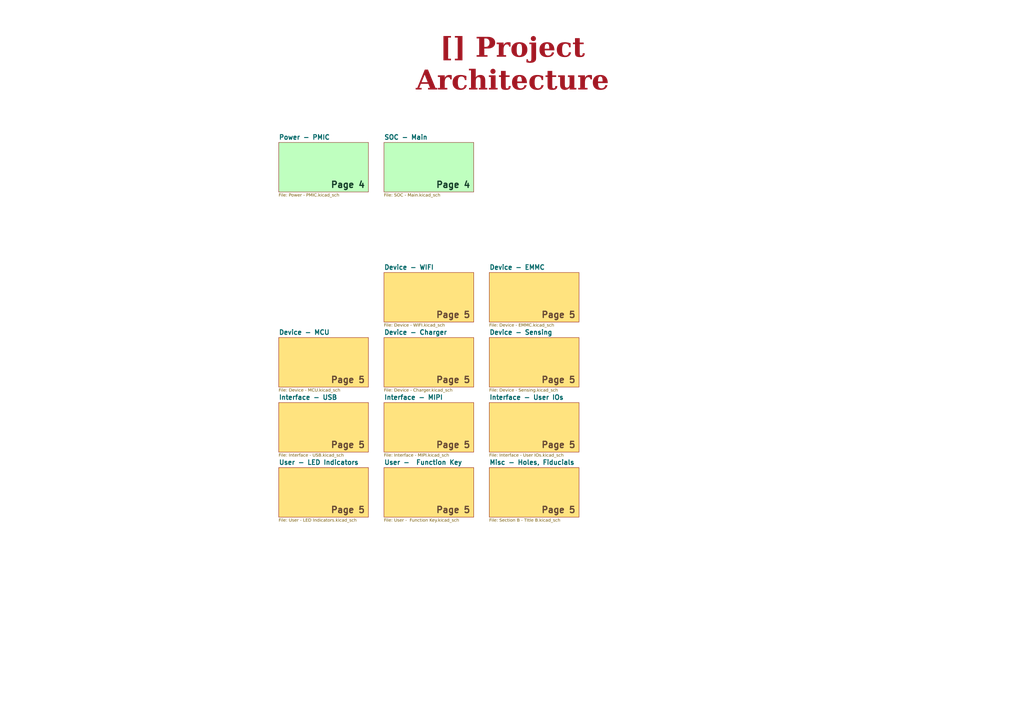
<source format=kicad_sch>
(kicad_sch
	(version 20231120)
	(generator "eeschema")
	(generator_version "8.0")
	(uuid "43756dca-f8f6-4179-bbe2-5af9585c666d")
	(paper "A3")
	(title_block
		(title "Project Architecture")
		(date "Last Modified Date")
		(rev "${REVISION}")
		(company "${COMPANY}")
	)
	(lib_symbols)
	(text_box "[${#}] ${TITLE}"
		(exclude_from_sim no)
		(at 144.78 20.32 0)
		(size 130.81 12.7)
		(stroke
			(width -0.0001)
			(type default)
		)
		(fill
			(type none)
		)
		(effects
			(font
				(face "Times New Roman")
				(size 8 8)
				(thickness 1.2)
				(bold yes)
				(color 162 22 34 1)
			)
		)
		(uuid "7fa5cc40-6c97-487c-9cc7-412504f68533")
	)
	(text "Page 5"
		(exclude_from_sim no)
		(at 193.04 130.81 0)
		(effects
			(font
				(size 2.54 2.54)
				(bold yes)
				(color 100 70 50 1)
			)
			(justify right bottom)
			(href "#5")
		)
		(uuid "025c1bd2-e68b-4a09-9d62-c1e6f6f0a542")
	)
	(text "Page 4"
		(exclude_from_sim no)
		(at 193.04 77.47 0)
		(effects
			(font
				(size 2.54 2.54)
				(bold yes)
				(color 20 60 40 1)
			)
			(justify right bottom)
			(href "#4")
		)
		(uuid "2a5dda8e-6f92-45d0-96e2-c0b69ef76a27")
	)
	(text "Page 5"
		(exclude_from_sim no)
		(at 236.22 157.48 0)
		(effects
			(font
				(size 2.54 2.54)
				(bold yes)
				(color 100 70 50 1)
			)
			(justify right bottom)
			(href "#5")
		)
		(uuid "3ae0919a-261f-4fde-8cab-18b9a85091a0")
	)
	(text "Page 5"
		(exclude_from_sim no)
		(at 236.22 210.82 0)
		(effects
			(font
				(size 2.54 2.54)
				(bold yes)
				(color 100 70 50 1)
			)
			(justify right bottom)
			(href "#5")
		)
		(uuid "41e853fd-410d-44b3-bea4-291f4f77e0c3")
	)
	(text "Page 5"
		(exclude_from_sim no)
		(at 193.04 184.15 0)
		(effects
			(font
				(size 2.54 2.54)
				(bold yes)
				(color 100 70 50 1)
			)
			(justify right bottom)
			(href "#5")
		)
		(uuid "4247b54e-8005-4262-ad25-ee5fee3ad0d7")
	)
	(text "Page 5"
		(exclude_from_sim no)
		(at 149.86 184.15 0)
		(effects
			(font
				(size 2.54 2.54)
				(bold yes)
				(color 100 70 50 1)
			)
			(justify right bottom)
			(href "#5")
		)
		(uuid "77b38846-82ef-4141-928b-e5f10a2c3fd8")
	)
	(text "Page 5"
		(exclude_from_sim no)
		(at 236.22 130.81 0)
		(effects
			(font
				(size 2.54 2.54)
				(bold yes)
				(color 100 70 50 1)
			)
			(justify right bottom)
			(href "#5")
		)
		(uuid "8efcfec5-f2a9-4eae-993e-0bc04adfcfe8")
	)
	(text "Page 5"
		(exclude_from_sim no)
		(at 193.04 210.82 0)
		(effects
			(font
				(size 2.54 2.54)
				(bold yes)
				(color 100 70 50 1)
			)
			(justify right bottom)
			(href "#5")
		)
		(uuid "946d06da-5984-47a6-9172-c1a5ee65e558")
	)
	(text "Page 5"
		(exclude_from_sim no)
		(at 149.86 157.48 0)
		(effects
			(font
				(size 2.54 2.54)
				(bold yes)
				(color 100 70 50 1)
			)
			(justify right bottom)
			(href "#5")
		)
		(uuid "96c0dfb5-9fee-4849-b2b9-8a91147a11b5")
	)
	(text "Page 4"
		(exclude_from_sim no)
		(at 149.86 77.47 0)
		(effects
			(font
				(size 2.54 2.54)
				(bold yes)
				(color 20 60 40 1)
			)
			(justify right bottom)
			(href "#4")
		)
		(uuid "978bb74e-ca07-4b21-b2dc-19b812f717e9")
	)
	(text "Page 5"
		(exclude_from_sim no)
		(at 193.04 157.48 0)
		(effects
			(font
				(size 2.54 2.54)
				(bold yes)
				(color 100 70 50 1)
			)
			(justify right bottom)
			(href "#5")
		)
		(uuid "ca3b2067-2fcd-4a65-a08f-8977bfd89ff0")
	)
	(text "Page 5"
		(exclude_from_sim no)
		(at 236.22 184.15 0)
		(effects
			(font
				(size 2.54 2.54)
				(bold yes)
				(color 100 70 50 1)
			)
			(justify right bottom)
			(href "#5")
		)
		(uuid "f10e1afc-9dd3-4ff3-a5fd-1c0eb9359eba")
	)
	(text "Page 5"
		(exclude_from_sim no)
		(at 149.86 210.82 0)
		(effects
			(font
				(size 2.54 2.54)
				(bold yes)
				(color 100 70 50 1)
			)
			(justify right bottom)
			(href "#5")
		)
		(uuid "fd593250-34e6-40cd-b7fa-4c03c9646800")
	)
	(sheet
		(at 200.66 191.77)
		(size 36.83 20.32)
		(fields_autoplaced yes)
		(stroke
			(width 0.1524)
			(type solid)
		)
		(fill
			(color 255 200 0 0.5020)
		)
		(uuid "099c1b27-bf3a-4ba5-a2d9-afdbc478fd98")
		(property "Sheetname" "Misc - Holes, Fiducials"
			(at 200.66 190.7409 0)
			(effects
				(font
					(size 1.905 1.905)
					(bold yes)
				)
				(justify left bottom)
			)
		)
		(property "Sheetfile" "Section B - TItle B.kicad_sch"
			(at 200.66 212.6746 0)
			(effects
				(font
					(face "Arial")
					(size 1.27 1.27)
				)
				(justify left top)
			)
		)
		(instances
			(project "Linux-Kit"
				(path "/0650c7a8-acba-429c-9f8e-eec0baf0bc1c/fede4c36-00cc-4d3d-b71c-5243ba232202"
					(page "21")
				)
			)
		)
	)
	(sheet
		(at 157.48 165.1)
		(size 36.83 20.32)
		(fields_autoplaced yes)
		(stroke
			(width 0.1524)
			(type solid)
		)
		(fill
			(color 255 200 0 0.5020)
		)
		(uuid "0e96dbc3-21db-477c-a934-71a2dc79860b")
		(property "Sheetname" "Interface - MIPI"
			(at 157.48 164.0709 0)
			(effects
				(font
					(size 1.905 1.905)
					(bold yes)
				)
				(justify left bottom)
			)
		)
		(property "Sheetfile" "Interface - MIPI.kicad_sch"
			(at 157.48 186.0046 0)
			(effects
				(font
					(face "Arial")
					(size 1.27 1.27)
				)
				(justify left top)
			)
		)
		(instances
			(project "Linux-Kit"
				(path "/0650c7a8-acba-429c-9f8e-eec0baf0bc1c/fede4c36-00cc-4d3d-b71c-5243ba232202"
					(page "17")
				)
			)
		)
	)
	(sheet
		(at 157.48 191.77)
		(size 36.83 20.32)
		(fields_autoplaced yes)
		(stroke
			(width 0.1524)
			(type solid)
		)
		(fill
			(color 255 200 0 0.5020)
		)
		(uuid "1430993e-7d4e-4068-aef7-e7c8cb2d98e4")
		(property "Sheetname" "User -  Function Key"
			(at 157.48 190.7409 0)
			(effects
				(font
					(size 1.905 1.905)
					(bold yes)
				)
				(justify left bottom)
			)
		)
		(property "Sheetfile" "User -  Function Key.kicad_sch"
			(at 157.48 212.6746 0)
			(effects
				(font
					(face "Arial")
					(size 1.27 1.27)
				)
				(justify left top)
			)
		)
		(instances
			(project "Linux-Kit"
				(path "/0650c7a8-acba-429c-9f8e-eec0baf0bc1c/fede4c36-00cc-4d3d-b71c-5243ba232202"
					(page "20")
				)
			)
		)
	)
	(sheet
		(at 114.3 191.77)
		(size 36.83 20.32)
		(fields_autoplaced yes)
		(stroke
			(width 0.1524)
			(type solid)
		)
		(fill
			(color 255 200 0 0.5020)
		)
		(uuid "15fc634a-c860-43f3-bf55-a6fd7c5af3a0")
		(property "Sheetname" "User - LED Indicators"
			(at 114.3 190.7409 0)
			(effects
				(font
					(size 1.905 1.905)
					(bold yes)
				)
				(justify left bottom)
			)
		)
		(property "Sheetfile" "User - LED Indicators.kicad_sch"
			(at 114.3 212.6746 0)
			(effects
				(font
					(face "Arial")
					(size 1.27 1.27)
				)
				(justify left top)
			)
		)
		(instances
			(project "Linux-Kit"
				(path "/0650c7a8-acba-429c-9f8e-eec0baf0bc1c/fede4c36-00cc-4d3d-b71c-5243ba232202"
					(page "19")
				)
			)
		)
	)
	(sheet
		(at 200.66 165.1)
		(size 36.83 20.32)
		(fields_autoplaced yes)
		(stroke
			(width 0.1524)
			(type solid)
		)
		(fill
			(color 255 200 0 0.5020)
		)
		(uuid "3db577bd-5017-45a6-8466-505391a0ffec")
		(property "Sheetname" "Interface - User IOs"
			(at 200.66 164.0709 0)
			(effects
				(font
					(size 1.905 1.905)
					(bold yes)
				)
				(justify left bottom)
			)
		)
		(property "Sheetfile" "Interface - User IOs.kicad_sch"
			(at 200.66 186.0046 0)
			(effects
				(font
					(face "Arial")
					(size 1.27 1.27)
				)
				(justify left top)
			)
		)
		(instances
			(project "Linux-Kit"
				(path "/0650c7a8-acba-429c-9f8e-eec0baf0bc1c/fede4c36-00cc-4d3d-b71c-5243ba232202"
					(page "18")
				)
			)
		)
	)
	(sheet
		(at 157.48 58.42)
		(size 36.83 20.32)
		(fields_autoplaced yes)
		(stroke
			(width 0.1524)
			(type solid)
		)
		(fill
			(color 128 255 128 0.5000)
		)
		(uuid "3f83a0da-0211-467c-bdbe-72eabd638cc0")
		(property "Sheetname" "SOC - Main"
			(at 157.48 57.3909 0)
			(effects
				(font
					(size 1.905 1.905)
					(bold yes)
				)
				(justify left bottom)
			)
		)
		(property "Sheetfile" "SOC - Main.kicad_sch"
			(at 157.48 79.3246 0)
			(effects
				(font
					(face "Arial")
					(size 1.27 1.27)
				)
				(justify left top)
			)
		)
		(instances
			(project "Linux-Kit"
				(path "/0650c7a8-acba-429c-9f8e-eec0baf0bc1c/fede4c36-00cc-4d3d-b71c-5243ba232202"
					(page "6")
				)
			)
		)
	)
	(sheet
		(at 114.3 138.43)
		(size 36.83 20.32)
		(fields_autoplaced yes)
		(stroke
			(width 0.1524)
			(type solid)
		)
		(fill
			(color 255 200 0 0.5020)
		)
		(uuid "51386d30-8cba-44b4-87ce-7c08bf3c6c44")
		(property "Sheetname" "Device - MCU"
			(at 114.3 137.4009 0)
			(effects
				(font
					(size 1.905 1.905)
					(bold yes)
				)
				(justify left bottom)
			)
		)
		(property "Sheetfile" "Device - MCU.kicad_sch"
			(at 114.3 159.3346 0)
			(effects
				(font
					(face "Arial")
					(size 1.27 1.27)
				)
				(justify left top)
			)
		)
		(instances
			(project "Linux-Kit"
				(path "/0650c7a8-acba-429c-9f8e-eec0baf0bc1c/fede4c36-00cc-4d3d-b71c-5243ba232202"
					(page "13")
				)
			)
		)
	)
	(sheet
		(at 114.3 58.42)
		(size 36.83 20.32)
		(fields_autoplaced yes)
		(stroke
			(width 0.1524)
			(type solid)
		)
		(fill
			(color 128 255 128 0.5000)
		)
		(uuid "7d5a1283-086b-46b0-8df7-a9850521fb5e")
		(property "Sheetname" "Power - PMIC"
			(at 114.3 57.3909 0)
			(effects
				(font
					(size 1.905 1.905)
					(bold yes)
				)
				(justify left bottom)
			)
		)
		(property "Sheetfile" "Power - PMIC.kicad_sch"
			(at 114.3 79.3246 0)
			(effects
				(font
					(face "Arial")
					(size 1.27 1.27)
				)
				(justify left top)
			)
		)
		(instances
			(project "Linux-Kit"
				(path "/0650c7a8-acba-429c-9f8e-eec0baf0bc1c/fede4c36-00cc-4d3d-b71c-5243ba232202"
					(page "5")
				)
			)
		)
	)
	(sheet
		(at 157.48 111.76)
		(size 36.83 20.32)
		(fields_autoplaced yes)
		(stroke
			(width 0.1524)
			(type solid)
		)
		(fill
			(color 255 200 0 0.5020)
		)
		(uuid "904c30ae-7474-456a-8566-9786dac11d96")
		(property "Sheetname" "Device - WIFI"
			(at 157.48 110.7309 0)
			(effects
				(font
					(size 1.905 1.905)
					(bold yes)
				)
				(justify left bottom)
			)
		)
		(property "Sheetfile" "Device - WIFI.kicad_sch"
			(at 157.48 132.6646 0)
			(effects
				(font
					(face "Arial")
					(size 1.27 1.27)
				)
				(justify left top)
			)
		)
		(instances
			(project "Linux-Kit"
				(path "/0650c7a8-acba-429c-9f8e-eec0baf0bc1c/fede4c36-00cc-4d3d-b71c-5243ba232202"
					(page "11")
				)
			)
		)
	)
	(sheet
		(at 200.66 111.76)
		(size 36.83 20.32)
		(fields_autoplaced yes)
		(stroke
			(width 0.1524)
			(type solid)
		)
		(fill
			(color 255 200 0 0.5020)
		)
		(uuid "ab4230a8-d238-400c-a33b-3364681cde2d")
		(property "Sheetname" "Device - EMMC"
			(at 200.66 110.7309 0)
			(effects
				(font
					(size 1.905 1.905)
					(bold yes)
				)
				(justify left bottom)
			)
		)
		(property "Sheetfile" "Device - EMMC.kicad_sch"
			(at 200.66 132.6646 0)
			(effects
				(font
					(face "Arial")
					(size 1.27 1.27)
				)
				(justify left top)
			)
		)
		(instances
			(project "Linux-Kit"
				(path "/0650c7a8-acba-429c-9f8e-eec0baf0bc1c/fede4c36-00cc-4d3d-b71c-5243ba232202"
					(page "12")
				)
			)
		)
	)
	(sheet
		(at 114.3 165.1)
		(size 36.83 20.32)
		(fields_autoplaced yes)
		(stroke
			(width 0.1524)
			(type solid)
		)
		(fill
			(color 255 200 0 0.5020)
		)
		(uuid "b2dc4967-9e79-436c-97f4-9f910d00bbb9")
		(property "Sheetname" "Interface - USB"
			(at 114.3 164.0709 0)
			(effects
				(font
					(size 1.905 1.905)
					(bold yes)
				)
				(justify left bottom)
			)
		)
		(property "Sheetfile" "Interface - USB.kicad_sch"
			(at 114.3 186.0046 0)
			(effects
				(font
					(face "Arial")
					(size 1.27 1.27)
				)
				(justify left top)
			)
		)
		(instances
			(project "Linux-Kit"
				(path "/0650c7a8-acba-429c-9f8e-eec0baf0bc1c/fede4c36-00cc-4d3d-b71c-5243ba232202"
					(page "16")
				)
			)
		)
	)
	(sheet
		(at 157.48 138.43)
		(size 36.83 20.32)
		(fields_autoplaced yes)
		(stroke
			(width 0.1524)
			(type solid)
		)
		(fill
			(color 255 200 0 0.5020)
		)
		(uuid "c074bb0e-f753-441f-a226-72c05b95a5fa")
		(property "Sheetname" "Device - Charger"
			(at 157.48 137.4009 0)
			(effects
				(font
					(size 1.905 1.905)
					(bold yes)
				)
				(justify left bottom)
			)
		)
		(property "Sheetfile" "Device - Charger.kicad_sch"
			(at 157.48 159.3346 0)
			(effects
				(font
					(face "Arial")
					(size 1.27 1.27)
				)
				(justify left top)
			)
		)
		(instances
			(project "Linux-Kit"
				(path "/0650c7a8-acba-429c-9f8e-eec0baf0bc1c/fede4c36-00cc-4d3d-b71c-5243ba232202"
					(page "14")
				)
			)
		)
	)
	(sheet
		(at 200.66 138.43)
		(size 36.83 20.32)
		(fields_autoplaced yes)
		(stroke
			(width 0.1524)
			(type solid)
		)
		(fill
			(color 255 200 0 0.5020)
		)
		(uuid "c2eb4280-e2c4-407a-afb3-a7e55252f991")
		(property "Sheetname" "Device - Sensing"
			(at 200.66 137.4009 0)
			(effects
				(font
					(size 1.905 1.905)
					(bold yes)
				)
				(justify left bottom)
			)
		)
		(property "Sheetfile" "Device - Sensing.kicad_sch"
			(at 200.66 159.3346 0)
			(effects
				(font
					(face "Arial")
					(size 1.27 1.27)
				)
				(justify left top)
			)
		)
		(instances
			(project "Linux-Kit"
				(path "/0650c7a8-acba-429c-9f8e-eec0baf0bc1c/fede4c36-00cc-4d3d-b71c-5243ba232202"
					(page "15")
				)
			)
		)
	)
)

</source>
